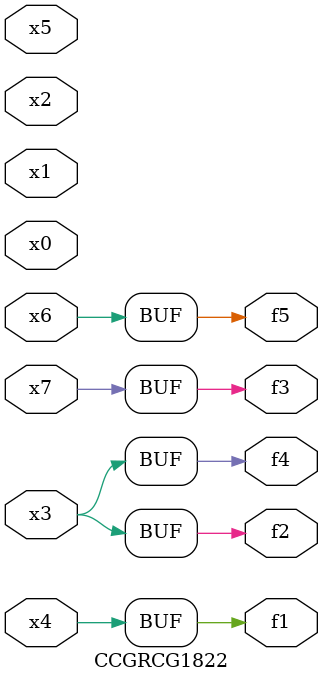
<source format=v>
module CCGRCG1822(
	input x0, x1, x2, x3, x4, x5, x6, x7,
	output f1, f2, f3, f4, f5
);
	assign f1 = x4;
	assign f2 = x3;
	assign f3 = x7;
	assign f4 = x3;
	assign f5 = x6;
endmodule

</source>
